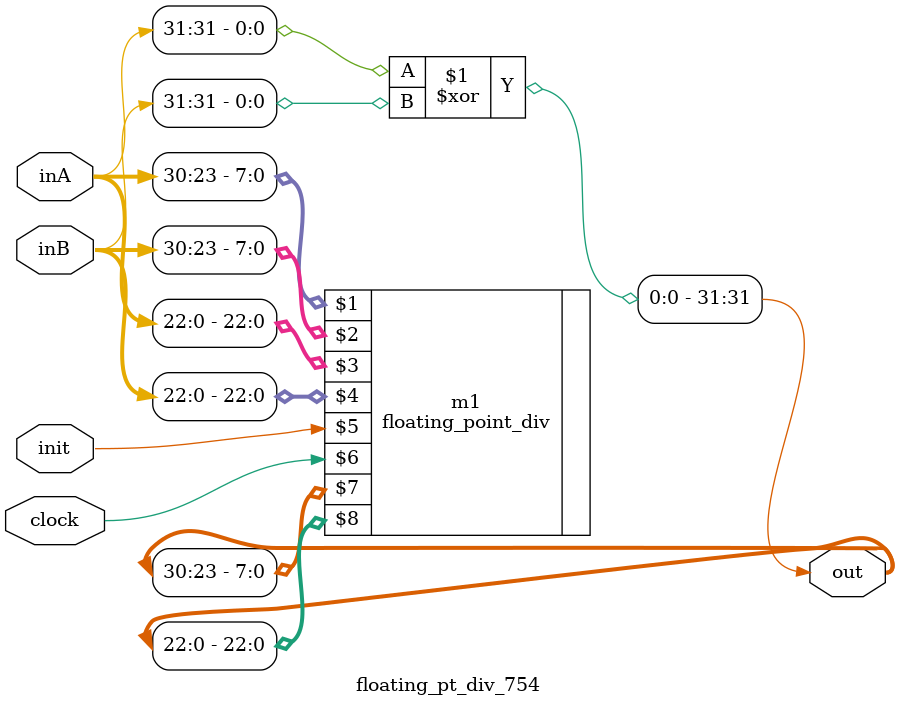
<source format=v>
module floating_pt_div_754(inA, inB, init, clock,  out
	);

	// Assigning ports as in/out
	input [31:0] inA, inB;
	input init, clock;
	output [31:0] out;

	// Logic connections
	floating_point_div m1(inA[30:23], inB[30:23], inA[22:0], inB[22:0], init, clock, out[30:23], out[22:0]);
	assign out[31] = inA[31]^inB[31];

endmodule

</source>
